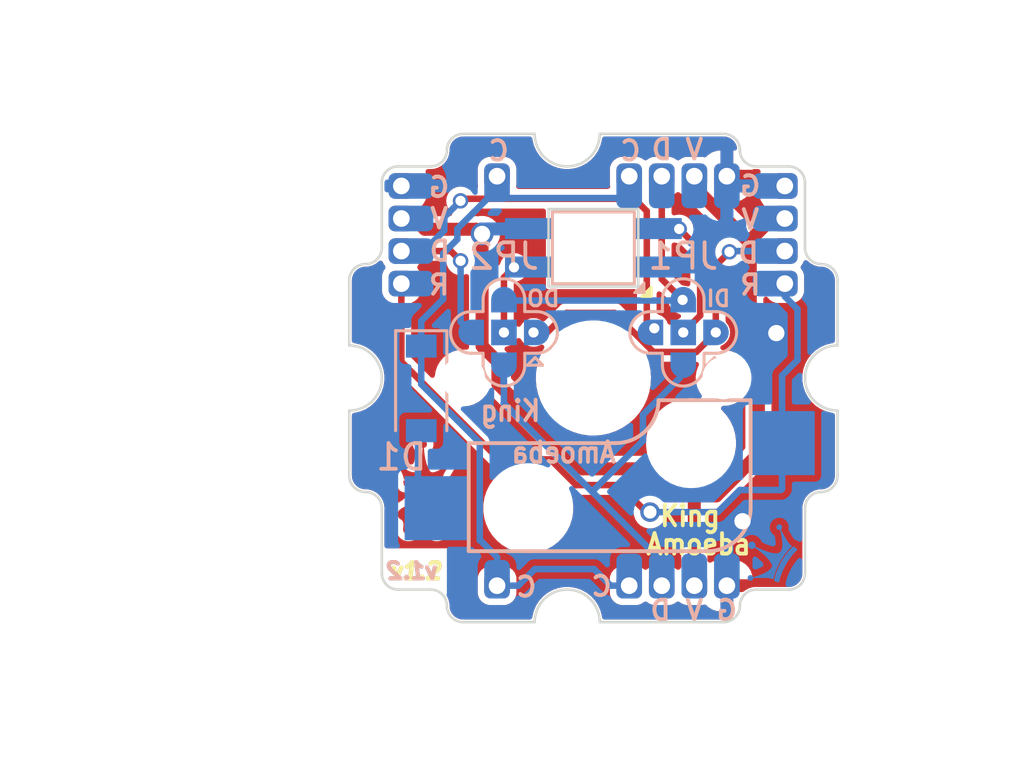
<source format=kicad_pcb>
(kicad_pcb (version 20211014) (generator pcbnew)
  (layers (0 "F.Cu" signal) (31 "B.Cu" signal) (34 "B.Paste" user) (35 "F.Paste" user) (36 "B.SilkS" user "B.Silkscreen") (37 "F.SilkS" user "F.Silkscreen") (38 "B.Mask" user) (39 "F.Mask" user) (44 "Edge.Cuts" user))
  (net 0 "")
  (net 1 "/DIN")
  (net 2 "Net-(J1-Pad2)")
  (net 3 "/DOUT")
  (net 4 "/C")
  (net 5 "/GND")
  (net 6 "/R")
  (net 7 "Net-(D1-Pad2)")
  (net 8 "Net-(J3-Pad2)")
  (net 9 "Net-(J4-Pad2)")
  (net 10 "/VDD")
  (net 11 "Net-(J2-Pad2)")
  (footprint "amoeba-modules:royale" (layer "F.Cu") (at 68.7832 172.0088)
    (fp_text reference "Royale" hide)
    (fp_text value "G***" hide)
  )
  (footprint "amoeba-modules:amoeba-logo-small" (layer "F.Cu") (at 68.7578 173.8884)
    (fp_text reference "Amoeba-Logo-Small" hide)
    (fp_text value "G***" hide)
  )
  (footprint "amoeba-modules:Kailh_MX_Socket" (layer "B.Cu") (at 75.438 168.656)
    (fp_text reference "S1" hide)
    (fp_text value "MX1A" hide)
  )
  (footprint "amoeba-modules:Header_1x04_P1.27mm" (layer "B.Cu") (at 76.835 160.782 -90)
    (fp_text reference "J2" hide)
    (fp_text value "Conn_01x04_Male")
  )
  (footprint "amoeba-modules:Header_1x04_P1.27mm" (layer "B.Cu") (at 67.945 164.973)
    (fp_text reference "J3" hide)
    (fp_text value "Conn_01x04_Male")
  )
  (footprint "amoeba-modules:SolderJumper-5_P1.3mm_Open_RoundedPad1.0x1.5mm" (layer "B.Cu") (at 71.9474 166.878 180)
    (fp_text reference "JP2")
    (fp_text value "SolderJumper_5")
  )
  (footprint "amoeba-modules:Header_1x01_P1.27mm" (layer "B.Cu") (at 71.6788 176.7586 90)
    (fp_text reference "J5" hide)
    (fp_text value "Conn_01x01_Male")
  )
  (footprint "amoeba-modules:Header_1x01_P1.27mm" (layer "B.Cu") (at 71.6788 160.782 -90)
    (fp_text reference "J6" hide)
    (fp_text value "Conn_01x01_Male")
  )
  (footprint "amoeba-modules:SolderJumper-5_P1.3mm_Open_RoundedPad1.0x1.5mm" (layer "B.Cu") (at 78.9432 166.878 180)
    (fp_text reference "JP1")
    (fp_text value "SolderJumper_5")
  )
  (footprint "amoeba-modules:Header_1x04_P1.27mmL" (layer "B.Cu") (at 82.9056 164.973)
    (fp_text reference "J1" hide)
    (fp_text value "Conn_01x04_Male")
  )
  (footprint "Diode_SMD:D_SOD-123" (layer "B.Cu") (at 68.7197 169.0614 -90)
    (fp_text reference "D1")
    (fp_text value "1N4148W-7-F")
  )
  (footprint "amoeba-modules:Header_1x04_P1.27mmL" (layer "B.Cu") (at 76.835 176.7586 -90)
    (fp_text reference "J4" hide)
    (fp_text value "Conn_01x04_Male")
  )
  (footprint "amoeba-modules:royale" (layer "B.Cu") (at 82.296 175.5521 -120)
    (fp_text reference "Royale" hide)
    (fp_text value "G***" hide)
  )
  (footprint "amoeba-modules:LED_SK6812MINI_E_PLCC4_3.2x2.8mm_Shine_Through" (layer "B.Cu") (at 75.438 163.576 180)
    (fp_text reference "LED1" hide)
    (fp_text value "SK6812MINI_E")
  )
  (gr_poly (pts (xy 77.4192 164.9476) (xy 77.0382 165.3286) (xy 77.4192 165.3286)) (layer "B.SilkS") (width 0.1) (fill solid))
  (gr_poly (pts (xy 77.6986 165.1) (xy 77.3176 165.481) (xy 77.6986 165.481)) (layer "F.SilkS") (width 0.1) (fill solid))
  (gr_line (start 83.058 176.911) (end 81.788 176.911) (layer "Edge.Cuts") (width 0.1))
  (gr_line (start 73.687 162.0655) (end 73.687 165.0865) (layer "Edge.Cuts") (width 0.1))
  (gr_line (start 73.687 165.0865) (end 77.189 165.0865) (layer "Edge.Cuts") (width 0.1))
  (gr_line (start 77.189 165.0865) (end 77.189 162.0655) (layer "Edge.Cuts") (width 0.1))
  (gr_line (start 77.189 162.0655) (end 73.687 162.0655) (layer "Edge.Cuts") (width 0.1))
  (gr_line (start 81.788 160.401) (end 83.058 160.401) (layer "Edge.Cuts") (width 0.1))
  (gr_line (start 83.693 161.036) (end 83.693 163.576) (layer "Edge.Cuts") (width 0.1))
  (gr_line (start 67.818 160.401) (end 69.088 160.401) (layer "Edge.Cuts") (width 0.1))
  (gr_line (start 67.183 161.036) (end 67.183 163.576) (layer "Edge.Cuts") (width 0.1))
  (gr_line (start 67.183 173.736) (end 67.183 176.276) (layer "Edge.Cuts") (width 0.1))
  (gr_line (start 67.818 176.911) (end 69.088 176.911) (layer "Edge.Cuts") (width 0.1))
  (gr_line (start 83.693 176.276) (end 83.693 173.736) (layer "Edge.Cuts") (width 0.1))
  (gr_line (start 70.358 159.131) (end 73.145 159.131) (layer "Edge.Cuts") (width 0.1))
  (gr_line (start 65.913 169.926) (end 65.913 172.466) (layer "Edge.Cuts") (width 0.1))
  (gr_line (start 84.963 169.926) (end 84.963 172.466) (layer "Edge.Cuts") (width 0.1))
  (gr_arc (start 75.685 159.131) (mid 74.415 160.401) (end 73.145 159.131) (layer "Edge.Cuts") (width 0.1))
  (gr_arc (start 73.145 178.181) (mid 74.415 176.911) (end 75.685 178.181) (layer "Edge.Cuts") (width 0.1))
  (gr_line (start 70.358 178.181) (end 73.145 178.181) (layer "Edge.Cuts") (width 0.1))
  (gr_arc (start 67.183 161.036) (mid 67.368987 160.586987) (end 67.818 160.401) (layer "Edge.Cuts") (width 0.1))
  (gr_arc (start 83.058 160.401) (mid 83.507013 160.586987) (end 83.693 161.036) (layer "Edge.Cuts") (width 0.1))
  (gr_arc (start 67.818 176.911) (mid 67.368987 176.725013) (end 67.183 176.276) (layer "Edge.Cuts") (width 0.1))
  (gr_arc (start 66.548 173.101) (mid 66.098987 172.915013) (end 65.913 172.466) (layer "Edge.Cuts") (width 0.1))
  (gr_line (start 80.518 159.131) (end 75.685 159.131) (layer "Edge.Cuts") (width 0.1))
  (gr_arc (start 81.153 177.546) (mid 80.967013 177.995013) (end 80.518 178.181) (layer "Edge.Cuts") (width 0.1))
  (gr_arc (start 65.913 167.386) (mid 67.183 168.656) (end 65.913 169.926) (layer "Edge.Cuts") (width 0.1))
  (gr_arc (start 84.963 169.926) (mid 83.693 168.656) (end 84.963 167.386) (layer "Edge.Cuts") (width 0.1))
  (gr_arc (start 83.693 176.276) (mid 83.507013 176.725013) (end 83.058 176.911) (layer "Edge.Cuts") (width 0.1))
  (gr_line (start 75.685 178.181) (end 80.518 178.181) (layer "Edge.Cuts") (width 0.1))
  (gr_arc (start 67.183 163.576) (mid 66.997013 164.025013) (end 66.548 164.211) (layer "Edge.Cuts") (width 0.1))
  (gr_arc (start 66.548 173.101) (mid 66.997013 173.286987) (end 67.183 173.736) (layer "Edge.Cuts") (width 0.1))
  (gr_arc (start 70.358 178.181) (mid 69.908987 177.995013) (end 69.723 177.546) (layer "Edge.Cuts") (width 0.1))
  (gr_line (start 84.963 167.386) (end 84.963 164.846) (layer "Edge.Cuts") (width 0.1))
  (gr_arc (start 69.723 159.766) (mid 69.537013 160.215013) (end 69.088 160.401) (layer "Edge.Cuts") (width 0.1))
  (gr_arc (start 84.328 164.211) (mid 83.878987 164.025013) (end 83.693 163.576) (layer "Edge.Cuts") (width 0.1))
  (gr_arc (start 81.788 160.401) (mid 81.338987 160.215013) (end 81.153 159.766) (layer "Edge.Cuts") (width 0.1))
  (gr_arc (start 69.723 159.766) (mid 69.908987 159.316987) (end 70.358 159.131) (layer "Edge.Cuts") (width 0.1))
  (gr_arc (start 84.328 164.211) (mid 84.777013 164.396987) (end 84.963 164.846) (layer "Edge.Cuts") (width 0.1))
  (gr_arc (start 80.518 159.131) (mid 80.967013 159.316987) (end 81.153 159.766) (layer "Edge.Cuts") (width 0.1))
  (gr_arc (start 65.913 164.846) (mid 66.098987 164.396987) (end 66.548 164.211) (layer "Edge.Cuts") (width 0.1))
  (gr_arc (start 84.963 172.466) (mid 84.777013 172.915013) (end 84.328 173.101) (layer "Edge.Cuts") (width 0.1))
  (gr_line (start 65.913 167.386) (end 65.913 164.846) (layer "Edge.Cuts") (width 0.1))
  (gr_arc (start 81.153 177.546) (mid 81.338987 177.096987) (end 81.788 176.911) (layer "Edge.Cuts") (width 0.1))
  (gr_arc (start 69.088 176.911) (mid 69.537013 177.096987) (end 69.723 177.546) (layer "Edge.Cuts") (width 0.1))
  (gr_arc (start 83.693 173.736) (mid 83.878987 173.286987) (end 84.328 173.101) (layer "Edge.Cuts") (width 0.1))
  (gr_text "v1.2" (at 68.5038 176.1871) (layer "F.Cu") (effects (font (size 0.635 0.635) (thickness 0.15875) italic)))
  (gr_text "v1.2" (at 68.3895 176.1871) (layer "B.Cu") (effects (font (size 0.635 0.635) (thickness 0.15875) italic) (justify mirror)))
  (gr_text "v1.2" (at 68.3895 176.1871) (layer "B.SilkS") (effects (font (size 0.635 0.635) (thickness 0.15875) italic) (justify mirror)))
  (gr_text "D" (at 69.4436 163.703) (layer "B.SilkS") (effects (font (size 0.762 0.762) (thickness 0.1524)) (justify mirror)))
  (gr_text "R" (at 81.5594 165.0238) (layer "B.SilkS") (effects (font (size 0.762 0.762)) (justify mirror)))
  (gr_text "V" (at 79.375 177.7238) (layer "B.SilkS") (effects (font (size 0.762 0.762) (thickness 0.1524)) (justify mirror)))
  (gr_text "D" (at 78.105 159.7406) (layer "B.SilkS") (effects (font (size 0.762 0.762) (thickness 0.1524)) (justify mirror)))
  (gr_text "V" (at 81.5594 162.4838) (layer "B.SilkS") (effects (font (size 0.762 0.762) (thickness 0.1524)) (justify mirror)))
  (gr_text "D" (at 81.4832 163.7792) (layer "B.SilkS") (effects (font (size 0.762 0.762) (thickness 0.1524)) (justify mirror)))
  (gr_text "D" (at 78.0542 177.7238) (layer "B.SilkS") (effects (font (size 0.762 0.762) (thickness 0.1524)) (justify mirror)))
  (gr_text "V" (at 69.4182 162.433) (layer "B.SilkS") (effects (font (size 0.762 0.762) (thickness 0.1524)) (justify mirror)))
  (gr_text "DI" (at 80.3148 165.5572) (layer "B.SilkS") (effects (font (size 0.6096 0.6096) (thickness 0.127)) (justify mirror)))
  (gr_text "R" (at 69.4182 165.0238) (layer "B.SilkS") (effects (font (size 0.762 0.762)) (justify mirror)))
  (gr_text "C" (at 71.7423 159.7914) (layer "B.SilkS") (effects (font (size 0.762 0.762)) (justify mirror)))
  (gr_text "C" (at 76.8858 159.7914) (layer "B.SilkS") (effects (font (size 0.762 0.762)) (justify mirror)))
  (gr_text "Amoeba" (at 72.1614 171.5643) (layer "B.SilkS") (effects (font (size 0.8 0.7)) (justify right mirror)))
  (gr_text "DO" (at 73.4822 165.5572) (layer "B.SilkS") (effects (font (size 0.6096 0.6096) (thickness 0.127)) (justify mirror)))
  (gr_text "C" (at 72.8218 176.8094) (layer "B.SilkS") (effects (font (size 0.762 0.762)) (justify mirror)))
  (gr_text "V" (at 79.375 159.7406) (layer "B.SilkS") (effects (font (size 0.762 0.762) (thickness 0.1524)) (justify mirror)))
  (gr_text "G" (at 69.4182 161.2138) (layer "B.SilkS") (effects (font (size 0.762 0.762) (thickness 0.1524)) (justify mirror)))
  (gr_text "C" (at 75.7555 176.784) (layer "B.SilkS") (effects (font (size 0.762 0.762)) (justify mirror)))
  (gr_text "G" (at 81.5594 161.163) (layer "B.SilkS") (effects (font (size 0.762 0.762) (thickness 0.1524)) (justify mirror)))
  (gr_text "King" (at 72.1995 169.9387) (layer "B.SilkS") (effects (font (size 0.8 0.7)) (justify mirror)))
  (gr_text "G" (at 80.645 177.7238) (layer "B.SilkS") (effects (font (size 0.762 0.762) (thickness 0.1524)) (justify mirror)))
  (gr_text "Amoeba" (at 79.5401 175.1457) (layer "F.SilkS") (effects (font (size 0.8 0.7))))
  (gr_text "v1.2" (at 68.5038 176.1871) (layer "F.SilkS") (effects (font (size 0.635 0.635) (thickness 0.15875) italic)))
  (gr_text "King" (at 79.2099 174.0408) (layer "F.SilkS") (effects (font (size 0.8 0.7))))
  (segment (start 79.6036 163.6575) (end 79.6036 166.2176) (width 0.254) (layer "F.Cu") (net 1))
  (segment (start 78.7855 162.8394) (end 79.6036 163.6575) (width 0.254) (layer "F.Cu") (net 1))
  (segment (start 79.6036 166.2176) (end 78.9432 166.878) (width 0.254) (layer "F.Cu") (net 1))
  (via (at 78.9432 166.878) (size 0.6) (drill 0.4) (layers "F.Cu" "B.Cu") (net 1))
  (via (at 78.7855 162.8394) (size 0.6) (drill 0.4) (layers "F.Cu" "B.Cu") (net 1))
  (segment (start 80.747222 163.733078) (end 80.2132 164.2671) (width 0.254) (layer "F.Cu") (net 2))
  (segment (start 76.252441 166.116) (end 74.3966 166.116) (width 0.254) (layer "F.Cu") (net 2))
  (segment (start 77.776441 167.64) (end 76.252441 166.116) (width 0.254) (layer "F.Cu") (net 2))
  (segment (start 74.3966 166.116) (end 73.6346 166.878) (width 0.254) (layer "F.Cu") (net 2))
  (segment (start 79.4512 167.64) (end 77.776441 167.64) (width 0.254) (layer "F.Cu") (net 2))
  (segment (start 73.6346 166.878) (end 73.1012 166.878) (width 0.254) (layer "F.Cu") (net 2))
  (segment (start 80.2132 164.2671) (end 80.2132 166.878) (width 0.254) (layer "F.Cu") (net 2))
  (segment (start 80.2132 166.878) (end 79.4512 167.64) (width 0.254) (layer "F.Cu") (net 2))
  (via (at 80.2132 166.878) (size 0.6) (drill 0.4) (layers "F.Cu" "B.Cu") (net 2))
  (via (at 80.747222 163.733078) (size 0.6) (drill 0.4) (layers "F.Cu" "B.Cu") (net 2))
  (via (at 73.1012 166.878) (size 0.6) (drill 0.4) (layers "F.Cu" "B.Cu") (net 2))
  (segment (start 80.7773 163.703) (end 82.9056 163.703) (width 0.254) (layer "B.Cu") (net 2))
  (segment (start 72.3392 164.338) (end 71.9474 164.7298) (width 0.254) (layer "F.Cu") (net 3))
  (segment (start 71.9474 164.7298) (end 71.9474 166.878) (width 0.254) (layer "F.Cu") (net 3))
  (via (at 71.9474 166.878) (size 0.6) (drill 0.4) (layers "F.Cu" "B.Cu") (net 3))
  (via (at 72.3392 164.338) (size 0.6) (drill 0.4) (layers "F.Cu" "B.Cu") (net 3))
  (segment (start 72.876 164.338) (end 72.888 164.326) (width 0.254) (layer "B.Cu") (net 3))
  (segment (start 71.6788 161.282) (end 72.03129 161.63449) (width 0.254) (layer "B.Cu") (net 4))
  (segment (start 71.6788 161.281294) (end 71.6788 160.782) (width 0.254) (layer "B.Cu") (net 4))
  (segment (start 70.1294 163.2458) (end 70.1294 162.830694) (width 0.254) (layer "B.Cu") (net 4))
  (segment (start 76.48251 161.63449) (end 76.835 161.282) (width 0.254) (layer "B.Cu") (net 4))
  (segment (start 68.7197 166.4335) (end 69.576 165.5772) (width 0.254) (layer "B.Cu") (net 4))
  (segment (start 68.7197 167.4114) (end 68.7197 166.4335) (width 0.254) (layer "B.Cu") (net 4))
  (segment (start 70.1294 162.830694) (end 71.6788 161.281294) (width 0.254) (layer "B.Cu") (net 4))
  (segment (start 76.1111 176.7586) (end 75.4634 176.1109) (width 0.254) (layer "B.Cu") (net 4))
  (segment (start 69.576 163.7992) (end 70.1294 163.2458) (width 0.254) (layer "B.Cu") (net 4))
  (segment (start 69.576 165.5772) (end 69.576 163.7992) (width 0.254) (layer "B.Cu") (net 4))
  (segment (start 73.152 176.1109) (end 72.5043 176.7586) (width 0.254) (layer "B.Cu") (net 4))
  (segment (start 72.5043 176.7586) (end 71.6788 176.7586) (width 0.254) (layer "B.Cu") (net 4))
  (segment (start 76.835 176.7586) (end 76.1111 176.7586) (width 0.254) (layer "B.Cu") (net 4))
  (segment (start 71.6788 175.641) (end 71.0294 174.9916) (width 0.254) (layer "B.Cu") (net 4))
  (segment (start 71.6788 176.7586) (end 71.6788 175.641) (width 0.254) (layer "B.Cu") (net 4))
  (segment (start 75.4634 176.1109) (end 73.152 176.1109) (width 0.254) (layer "B.Cu") (net 4))
  (segment (start 68.7197 168.899398) (end 68.7197 167.4114) (width 0.254) (layer "B.Cu") (net 4))
  (segment (start 71.0294 174.9916) (end 71.004 174.9916) (width 0.254) (layer "B.Cu") (net 4))
  (segment (start 71.004 171.183698) (end 68.7197 168.899398) (width 0.254) (layer "B.Cu") (net 4))
  (segment (start 72.03129 161.63449) (end 76.48251 161.63449) (width 0.254) (layer "B.Cu") (net 4))
  (segment (start 71.004 174.9916) (end 71.004 171.183698) (width 0.254) (layer "B.Cu") (net 4))
  (via (at 82.5754 166.9034) (size 0.889) (drill 0.635) (layers "F.Cu" "B.Cu") (net 5))
  (via (at 81.2546 174.244) (size 0.889) (drill 0.635) (layers "F.Cu" "B.Cu") (net 5))
  (segment (start 79.109332 164.06519) (end 79.067661 164.106861) (width 0.508) (layer "B.Cu") (net 5))
  (segment (start 79.4258 164.06519) (end 79.109332 164.06519) (width 0.508) (layer "B.Cu") (net 5))
  (segment (start 80.645 174.8536) (end 81.2546 174.244) (width 0.508) (layer "B.Cu") (net 5))
  (segment (start 80.645 162.529522) (end 79.4258 163.748722) (width 0.508) (layer "B.Cu") (net 5))
  (segment (start 82.9056 161.163) (end 81.026 161.163) (width 0.508) (layer "B.Cu") (net 5))
  (segment (start 82.130901 166.458901) (end 81.819511 166.458901) (width 0.508) (layer "B.Cu") (net 5))
  (segment (start 82.5754 166.9034) (end 82.130901 166.458901) (width 0.508) (layer "B.Cu") (net 5))
  (segment (start 79.067661 164.106861) (end 79.4258 163.748722) (width 0.508) (layer "B.Cu") (net 5))
  (segment (start 81.026 161.163) (end 80.645 160.782) (width 0.508) (layer "B.Cu") (net 5))
  (segment (start 79.4258 164.06519) (end 79.4258 163.748722) (width 0.508) (layer "B.Cu") (net 5))
  (segment (start 80.645 176.7586) (end 80.645 174.8536) (width 0.508) (layer "B.Cu") (net 5))
  (segment (start 80.645 160.782) (end 80.645 162.529522) (width 0.508) (layer "B.Cu") (net 5))
  (segment (start 81.819511 166.458901) (end 79.4258 164.06519) (width 0.508) (layer "B.Cu") (net 5))
  (segment (start 78.8162 164.293678) (end 78.848522 164.326) (width 0.508) (layer "B.Cu") (net 5))
  (segment (start 78.848522 164.326) (end 79.067661 164.106861) (width 0.508) (layer "B.Cu") (net 5))
  (segment (start 76.448533 172.834299) (end 74.764899 172.834299) (width 0.254) (layer "F.Cu") (net 6))
  (segment (start 67.945 168.021) (end 67.945 164.973) (width 0.254) (layer "F.Cu") (net 6))
  (segment (start 77.502634 173.8884) (end 76.448533 172.834299) (width 0.254) (layer "F.Cu") (net 6))
  (segment (start 77.6478 173.8884) (end 77.502634 173.8884) (width 0.254) (layer "F.Cu") (net 6))
  (segment (start 73.7616 171.831) (end 71.755 171.831) (width 0.254) (layer "F.Cu") (net 6))
  (segment (start 71.755 171.831) (end 67.945 168.021) (width 0.254) (layer "F.Cu") (net 6))
  (segment (start 74.764899 172.834299) (end 73.7616 171.831) (width 0.254) (layer "F.Cu") (net 6))
  (via (at 77.6478 173.8884) (size 0.762) (drill 0.508) (layers "F.Cu" "B.Cu") (net 6))
  (segment (start 77.6478 173.8884) (end 80.2894 173.8884) (width 0.254) (layer "B.Cu") (net 6))
  (segment (start 82.7532 173.0248) (end 82.798 172.98) (width 0.254) (layer "B.Cu") (net 6))
  (segment (start 82.9056 164.973) (end 82.9056 165.473) (width 0.254) (layer "B.Cu") (net 6))
  (segment (start 80.2894 173.8884) (end 81.153 173.0248) (width 0.254) (layer "B.Cu") (net 6))
  (segment (start 83.400901 167.957294) (end 82.798 168.560195) (width 0.254) (layer "B.Cu") (net 6))
  (segment (start 82.798 172.98) (end 82.798 171.196) (width 0.254) (layer "B.Cu") (net 6))
  (segment (start 82.798 169.692) (end 82.798 171.196) (width 0.254) (layer "B.Cu") (net 6))
  (segment (start 83.400901 165.968301) (end 83.400901 167.957294) (width 0.254) (layer "B.Cu") (net 6))
  (segment (start 82.9056 165.473) (end 83.400901 165.968301) (width 0.254) (layer "B.Cu") (net 6))
  (segment (start 82.798 168.560195) (end 82.798 169.692) (width 0.254) (layer "B.Cu") (net 6))
  (segment (start 81.153 173.0248) (end 82.7532 173.0248) (width 0.254) (layer "B.Cu") (net 6))
  (segment (start 68.5927 172.8216) (end 68.5927 171.7147) (width 0.254) (layer "B.Cu") (net 7))
  (segment (start 68.5927 170.7622) (end 68.5927 171.7147) (width 0.254) (layer "B.Cu") (net 7))
  (segment (start 69.348 173.736) (end 69.348 173.5769) (width 0.254) (layer "B.Cu") (net 7))
  (segment (start 69.348 173.5769) (end 68.5927 172.8216) (width 0.254) (layer "B.Cu") (net 7))
  (segment (start 70.2565 164.084) (end 69.8755 163.703) (width 0.254) (layer "F.Cu") (net 8))
  (segment (start 77.5208 166.421985) (end 77.5208 162.146984) (width 0.254) (layer "F.Cu") (net 8))
  (segment (start 77.036816 161.663) (end 70.33472 161.663) (width 0.254) (layer "F.Cu") (net 8))
  (segment (start 77.5208 162.146984) (end 77.036816 161.663) (width 0.254) (layer "F.Cu") (net 8))
  (segment (start 77.813957 166.715142) (end 77.5208 166.421985) (width 0.254) (layer "F.Cu") (net 8))
  (segment (start 69.8755 163.703) (end 67.945 163.703) (width 0.254) (layer "F.Cu") (net 8))
  (segment (start 70.33472 161.663) (end 70.25346 161.74426) (width 0.254) (layer "F.Cu") (net 8))
  (via (at 70.25346 161.74426) (size 0.6) (drill 0.4) (layers "F.Cu" "B.Cu") (net 8))
  (via (at 77.813957 166.715142) (size 0.6) (drill 0.4) (layers "F.Cu" "B.Cu") (net 8))
  (via (at 70.2565 164.084) (size 0.6) (drill 0.4) (layers "F.Cu" "B.Cu") (net 8))
  (segment (start 70.2565 164.084) (end 70.2565 166.4671) (width 0.254) (layer "B.Cu") (net 8))
  (segment (start 69.6214 162.37632) (end 69.6214 162.898969) (width 0.254) (layer "B.Cu") (net 8))
  (segment (start 70.2565 166.4671) (end 70.6674 166.878) (width 0.254) (layer "B.Cu") (net 8))
  (segment (start 70.6374 166.8272) (end 70.6374 166.878) (width 0.254) (layer "B.Cu") (net 8))
  (segment (start 70.916799 166.547801) (end 70.6374 166.8272) (width 0.254) (layer "B.Cu") (net 8))
  (segment (start 69.6214 162.898969) (end 68.817369 163.703) (width 0.254) (layer "B.Cu") (net 8))
  (segment (start 70.25346 161.74426) (end 69.6214 162.37632) (width 0.254) (layer "B.Cu") (net 8))
  (segment (start 68.817369 163.703) (end 67.945 163.703) (width 0.254) (layer "B.Cu") (net 8))
  (segment (start 78.105 176.6062) (end 78.105 176.7586) (width 0.254) (layer "F.Cu") (net 9))
  (segment (start 75.387609 173.089791) (end 77.370999 171.106401) (width 0.254) (layer "B.Cu") (net 9))
  (segment (start 71.9474 169.649582) (end 72.212609 169.914791) (width 0.254) (layer "B.Cu") (net 9))
  (segment (start 71.9474 168.158) (end 71.9474 169.649582) (width 0.254) (layer "B.Cu") (net 9))
  (segment (start 75.387609 173.089791) (end 78.105 175.807182) (width 0.254) (layer "B.Cu") (net 9))
  (segment (start 72.212609 169.914791) (end 75.387609 173.089791) (width 0.254) (layer "B.Cu") (net 9))
  (segment (start 78.9432 168.158) (end 79.0494 168.158) (width 0.254) (layer "B.Cu") (net 9))
  (segment (start 79.0494 168.158) (end 79.0594 168.148) (width 0.254) (layer "B.Cu") (net 9))
  (segment (start 77.370999 171.106401) (end 77.370999 170.090401) (width 0.254) (layer "B.Cu") (net 9))
  (segment (start 77.370999 170.090401) (end 78.8054 168.656) (width 0.254) (layer "B.Cu") (net 9))
  (segment (start 78.105 175.807182) (end 78.105 176.7586) (width 0.254) (layer "B.Cu") (net 9))
  (segment (start 71.9328 168.903082) (end 71.9328 167.9448) (width 0.254) (layer "B.Cu") (net 9))
  (segment (start 71.9328 169.634982) (end 72.212609 169.914791) (width 0.254) (layer "B.Cu") (net 9))
  (segment (start 68.445 162.433) (end 67.945 162.433) (width 0.508) (layer "F.Cu") (net 10))
  (segment (start 81.5594 163.403278) (end 79.375 161.218878) (width 0.508) (layer "F.Cu") (net 10))
  (segment (start 78.329123 173.254001) (end 79.312101 173.254001) (width 0.508) (layer "F.Cu") (net 10))
  (segment (start 71.0946 166.3954) (end 71.0946 167.410892) (width 0.508) (layer "F.Cu") (net 10))
  (segment (start 81.5594 163.403278) (end 81.5594 167.687558) (width 0.508) (layer "F.Cu") (net 10))
  (segment (start 77.299411 172.199289) (end 78.329123 173.229001) (width 0.508) (layer "F.Cu") (net 10))
  (segment (start 81.876001 168.004159) (end 81.876001 171.613841) (width 0.508) (layer "F.Cu") (net 10))
  (segment (start 71.0946 167.410892) (end 71.712001 168.028293) (width 0.508) (layer "F.Cu") (net 10))
  (segment (start 81.5594 163.403278) (end 81.5594 163.2792) (width 0.508) (layer "F.Cu") (net 10))
  (segment (start 71.721027 168.892401) (end 75.027915 172.199289) (width 0.508) (layer "F.Cu") (net 10))
  (segment (start 71.046626 163.032726) (end 70.866001 162.852101) (width 0.508) (layer "F.Cu") (net 10))
  (segment (start 78.329123 173.229001) (end 78.329123 173.254001) (width 0.508) (layer "F.Cu") (net 10))
  (segment (start 71.094802 163.032726) (end 71.046626 163.032726) (width 0.508) (layer "F.Cu") (net 10))
  (segment (start 79.375 173.3169) (end 79.375 176.7586) (width 0.508) (layer "F.Cu") (net 10))
  (segment (start 71.094802 163.032726) (end 71.094802 166.395198) (width 0.508) (layer "F.Cu") (net 10))
  (segment (start 80.235841 173.254001) (end 79.312101 173.254001) (width 0.508) (layer "F.Cu") (net 10))
  (segment (start 79.312101 173.254001) (end 79.375 173.3169) (width 0.508) (layer "F.Cu") (net 10))
  (segment (start 81.876001 171.613841) (end 80.235841 173.254001) (width 0.508) (layer "F.Cu") (net 10))
  (segment (start 79.375 161.218878) (end 79.375 160.782) (width 0.508) (layer "F.Cu") (net 10))
  (segment (start 75.027915 172.199289) (end 77.299411 172.199289) (width 0.508) (layer "F.Cu") (net 10))
  (segment (start 71.712001 168.028293) (end 71.712001 168.892401) (width 0.508) (layer "F.Cu") (net 10))
  (segment (start 68.864101 162.852101) (end 68.445 162.433) (width 0.508) (layer "F.Cu") (net 10))
  (segment (start 82.4056 162.433) (end 82.9056 162.433) (width 0.508) (layer "F.Cu") (net 10))
  (segment (start 71.094802 166.395198) (end 71.0946 166.3954) (width 0.508) (layer "F.Cu") (net 10))
  (segment (start 81.5594 167.687558) (end 81.876001 168.004159) (width 0.508) (layer "F.Cu") (net 10))
  (segment (start 71.712001 168.892401) (end 71.721027 168.892401) (width 0.508) (layer "F.Cu") (net 10))
  (segment (start 81.5594 163.2792) (end 82.4056 162.433) (width 0.508) (layer "F.Cu") (net 10))
  (segment (start 70.866001 162.852101) (end 68.864101 162.852101) (width 0.508) (layer "F.Cu") (net 10))
  (via (at 71.094802 163.032726) (size 0.889) (drill 0.635) (layers "F.Cu" "B.Cu") (net 10))
  (segment (start 71.094802 163.032726) (end 71.288128 162.8394) (width 0.508) (layer "B.Cu") (net 10))
  (segment (start 71.288128 162.8394) (end 72.8746 162.8394) (width 0.508) (layer "B.Cu") (net 10))
  (segment (start 78.105 160.4518) (end 78.105 160.782) (width 0.254) (layer "F.Cu") (net 11))
  (segment (start 78.105 164.7952) (end 78.105 160.782) (width 0.254) (layer "F.Cu") (net 11))
  (segment (start 78.9178 165.608) (end 78.105 164.7952) (width 0.254) (layer "F.Cu") (net 11))
  (via (at 78.9178 165.608) (size 0.6) (drill 0.4) (layers "F.Cu" "B.Cu") (net 11))
  (segment (start 71.9474 165.598) (end 71.9828 165.6334) (width 0.254) (layer "B.Cu") (net 11))
  (segment (start 71.9828 165.6334) (end 78.8924 165.6334) (width 0.254) (layer "B.Cu") (net 11))
  (zone (net 5) (net_name "/GND") (layer "F.Cu") (connect_pads (clearance 0.1)) (min_thickness 0.2) (fill yes (thermal_gap 0.5) (thermal_bridge_width 0.5) (island_removal_mode 1) (island_area_min 0))
    (polygon (pts (xy 65.913 159.131) (xy 84.963 159.131) (xy 84.963 178.181) (xy 65.913 178.181)))
  )
  (zone (net 5) (net_name "/GND") (layer "B.Cu") (connect_pads (clearance 0.1)) (min_thickness 0.2) (fill yes (thermal_gap 0.5) (thermal_bridge_width 0.5) (island_removal_mode 1) (island_area_min 0))
    (polygon (pts (xy 65.913 159.131) (xy 84.963 159.131) (xy 84.963 178.181) (xy 65.913 178.181)))
  )
)
</source>
